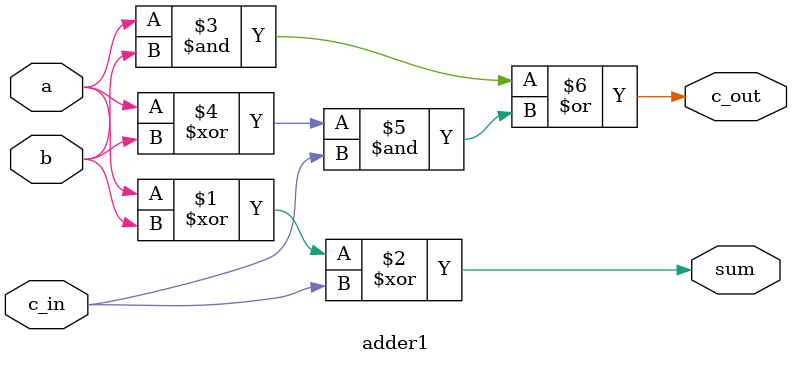
<source format=sv>
module adder1(a, b, c_in, sum, c_out);
  input wire a;
  input wire b;
  input wire c_in;
  
  output wire sum;
  output wire c_out;

  // Adds two single bit numbers
  assign sum = (a ^ b) ^ c_in;

  // Determines whether there is any carry out
  assign c_out = (a & b) | ((a ^ b) & c_in);
  
endmodule
</source>
